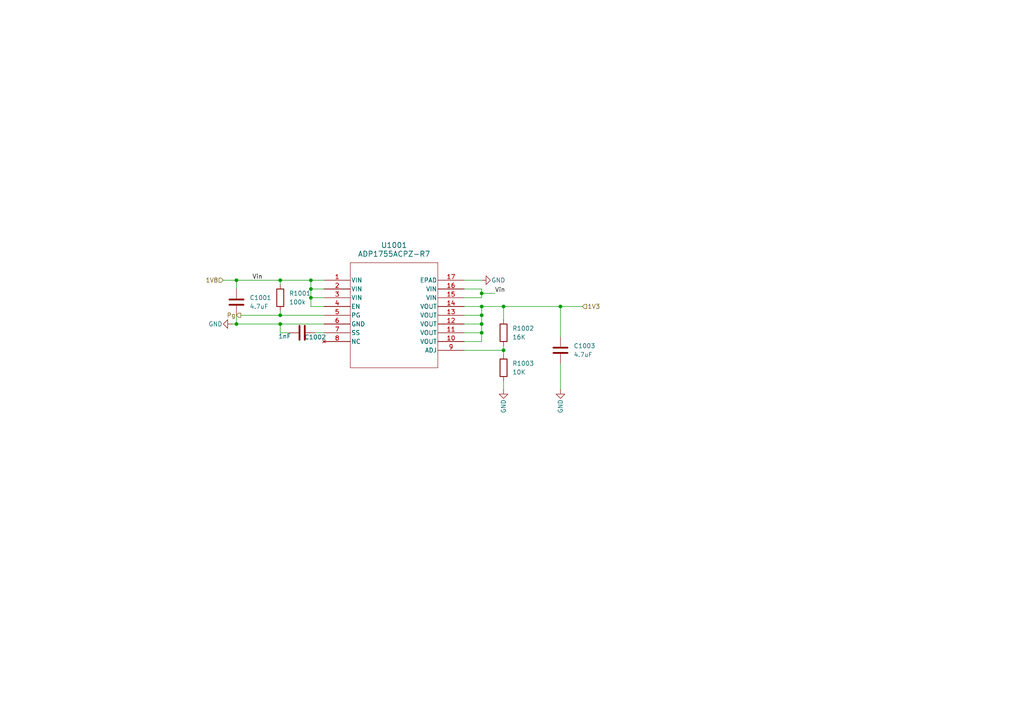
<source format=kicad_sch>
(kicad_sch (version 20231120) (generator "eeschema") (generator_version "8.0")
  (paper "A4")
  (lib_symbols
    (symbol "ADP1755:ADP1755ACPZ-R7" (pin_names (offset 0.254))
      (property "Reference" "U" (at 20.32 10.16 0))
      (property "Value" "ADP1755ACPZ-R7" (at 20.32 7.62 0))
      (symbol "ADP1755ACPZ-R7_0_1"
        (polyline (pts (xy 7.62 -25.4) (xy 33.02 -25.4)) (stroke (width 0.127)))
        (polyline (pts (xy 7.62 5.08) (xy 7.62 -25.4)) (stroke (width 0.127)))
        (polyline (pts (xy 33.02 -25.4) (xy 33.02 5.08)) (stroke (width 0.127)))
        (polyline (pts (xy 33.02 5.08) (xy 7.62 5.08)) (stroke (width 0.127)))
        (pin power_in line (at 0 0 0) (length 7.62) (name "VIN") (number "1"))
        (pin power_in line (at 40.64 -17.78 180) (length 7.62) (name "VOUT") (number "10"))
        (pin power_in line (at 40.64 -15.24 180) (length 7.62) (name "VOUT") (number "11"))
        (pin power_in line (at 40.64 -12.7 180) (length 7.62) (name "VOUT") (number "12"))
        (pin power_in line (at 40.64 -10.16 180) (length 7.62) (name "VOUT") (number "13"))
        (pin power_in line (at 40.64 -7.62 180) (length 7.62) (name "VOUT") (number "14"))
        (pin power_in line (at 40.64 -5.08 180) (length 7.62) (name "VIN") (number "15"))
        (pin power_in line (at 40.64 -2.54 180) (length 7.62) (name "VIN") (number "16"))
        (pin power_out line (at 40.64 0 180) (length 7.62) (name "EPAD") (number "17"))
        (pin power_in line (at 0 -2.54 0) (length 7.62) (name "VIN") (number "2"))
        (pin power_in line (at 0 -5.08 0) (length 7.62) (name "VIN") (number "3"))
        (pin input line (at 0 -7.62 0) (length 7.62) (name "EN") (number "4"))
        (pin output line (at 0 -10.16 0) (length 7.62) (name "PG") (number "5"))
        (pin power_out line (at 0 -12.7 0) (length 7.62) (name "GND") (number "6"))
        (pin unspecified line (at 0 -15.24 0) (length 7.62) (name "SS") (number "7"))
        (pin no_connect line (at 0 -17.78 0) (length 7.62) (name "NC") (number "8"))
        (pin unspecified line (at 40.64 -20.32 180) (length 7.62) (name "ADJ") (number "9"))
      )
    )
    (symbol "Device:C" (pin_numbers hide) (pin_names (offset 0.254))
      (property "Reference" "C" (at 0.635 2.54 0))
      (property "Value" "C" (at 0.635 -2.54 0))
      (symbol "C_0_1"
        (polyline (pts (xy -2.032 -0.762) (xy 2.032 -0.762)) (stroke (width 0.508)))
        (polyline (pts (xy -2.032 0.762) (xy 2.032 0.762)) (stroke (width 0.508)))
      )
      (symbol "C_1_1"
        (pin passive line (at 0 3.81 270) (length 2.794) (name "~") (number "1"))
        (pin passive line (at 0 -3.81 90) (length 2.794) (name "~") (number "2"))
      )
    )
    (symbol "Device:R" (pin_numbers hide) (pin_names (offset 0))
      (property "Reference" "R" (at 2.032 0 90))
      (property "Value" "R" (at 0 0 90))
      (symbol "R_0_1"
        (rectangle (start -1.016 -2.54) (end 1.016 2.54) (stroke (width 0.254)))
      )
      (symbol "R_1_1"
        (pin passive line (at 0 3.81 270) (length 1.27) (name "~") (number "1"))
        (pin passive line (at 0 -3.81 90) (length 1.27) (name "~") (number "2"))
      )
    )
    (symbol "power:GND" (power) (pin_numbers hide) (pin_names (offset 0) hide)
      (property "Value" "GND" (at 0 -3.81 0))
      (symbol "GND_0_1"
        (polyline (pts (xy 0 0) (xy 0 -1.27) (xy 1.27 -1.27) (xy 0 -2.54) (xy -1.27 -1.27) (xy 0 -1.27)))
      )
      (symbol "GND_1_1"
        (pin power_in line (at 0 0 270) (length 0) (name "~") (number "1"))
      )
    )
  )
  (junction (at 90.17 81.28))
  (junction (at 139.7 85.09))
  (junction (at 139.7 91.44))
  (junction (at 68.58 81.28))
  (junction (at 68.58 93.98))
  (junction (at 146.05 88.9))
  (junction (at 90.17 86.36))
  (junction (at 139.7 93.98))
  (junction (at 81.28 91.44))
  (junction (at 146.05 101.6))
  (junction (at 81.28 81.28))
  (junction (at 81.28 93.98))
  (junction (at 90.17 83.82))
  (junction (at 162.56 88.9))
  (junction (at 139.7 88.9))
  (junction (at 139.7 96.52))
  (wire (pts (xy 139.7 85.09) (xy 139.7 86.36)))
  (wire (pts (xy 139.7 81.28) (xy 134.62 81.28)))
  (wire (pts (xy 81.28 81.28) (xy 90.17 81.28)))
  (wire (pts (xy 146.05 88.9) (xy 146.05 92.71)))
  (wire (pts (xy 146.05 100.33) (xy 146.05 101.6)))
  (wire (pts (xy 139.7 91.44) (xy 139.7 93.98)))
  (wire (pts (xy 81.28 91.44) (xy 93.98 91.44)))
  (wire (pts (xy 90.17 83.82) (xy 90.17 86.36)))
  (wire (pts (xy 146.05 88.9) (xy 162.56 88.9)))
  (wire (pts (xy 146.05 113.03) (xy 146.05 110.49)))
  (wire (pts (xy 139.7 99.06) (xy 134.62 99.06)))
  (wire (pts (xy 81.28 81.28) (xy 81.28 82.55)))
  (wire (pts (xy 139.7 96.52) (xy 139.7 99.06)))
  (wire (pts (xy 90.17 86.36) (xy 90.17 88.9)))
  (wire (pts (xy 93.98 81.28) (xy 90.17 81.28)))
  (wire (pts (xy 68.58 81.28) (xy 68.58 83.82)))
  (wire (pts (xy 68.58 93.98) (xy 81.28 93.98)))
  (wire (pts (xy 90.17 88.9) (xy 93.98 88.9)))
  (wire (pts (xy 162.56 88.9) (xy 162.56 97.79)))
  (wire (pts (xy 69.85 91.44) (xy 81.28 91.44)))
  (wire (pts (xy 134.62 83.82) (xy 139.7 83.82)))
  (wire (pts (xy 139.7 93.98) (xy 139.7 96.52)))
  (wire (pts (xy 134.62 93.98) (xy 139.7 93.98)))
  (wire (pts (xy 68.58 91.44) (xy 68.58 93.98)))
  (wire (pts (xy 68.58 81.28) (xy 81.28 81.28)))
  (wire (pts (xy 91.44 96.52) (xy 93.98 96.52)))
  (wire (pts (xy 67.31 93.98) (xy 68.58 93.98)))
  (wire (pts (xy 162.56 105.41) (xy 162.56 113.03)))
  (wire (pts (xy 90.17 86.36) (xy 93.98 86.36)))
  (wire (pts (xy 64.77 81.28) (xy 68.58 81.28)))
  (wire (pts (xy 139.7 88.9) (xy 139.7 91.44)))
  (wire (pts (xy 81.28 93.98) (xy 93.98 93.98)))
  (wire (pts (xy 90.17 83.82) (xy 93.98 83.82)))
  (wire (pts (xy 143.51 85.09) (xy 139.7 85.09)))
  (wire (pts (xy 134.62 101.6) (xy 146.05 101.6)))
  (wire (pts (xy 81.28 96.52) (xy 81.28 93.98)))
  (wire (pts (xy 139.7 86.36) (xy 134.62 86.36)))
  (wire (pts (xy 90.17 81.28) (xy 90.17 83.82)))
  (wire (pts (xy 139.7 88.9) (xy 146.05 88.9)))
  (wire (pts (xy 139.7 83.82) (xy 139.7 85.09)))
  (wire (pts (xy 134.62 88.9) (xy 139.7 88.9)))
  (wire (pts (xy 162.56 88.9) (xy 168.91 88.9)))
  (wire (pts (xy 134.62 91.44) (xy 139.7 91.44)))
  (wire (pts (xy 146.05 101.6) (xy 146.05 102.87)))
  (wire (pts (xy 134.62 96.52) (xy 139.7 96.52)))
  (wire (pts (xy 81.28 90.17) (xy 81.28 91.44)))
  (wire (pts (xy 83.82 96.52) (xy 81.28 96.52)))
  (label "Vin" (at 76.2 81.28 180))
  (label "Vin" (at 143.51 85.09 0))
  (hierarchical_label "Pg" (shape output) (at 69.85 91.44 180))
  (hierarchical_label "1V3" (shape input) (at 168.91 88.9 0))
  (hierarchical_label "1V8" (shape input) (at 64.77 81.28 180))
  (symbol (lib_id "Device:C") (at 87.63 96.52 270) (unit 1)
    (property "Reference" "C903" (at 91.44 97.79 90))
    (property "Value" "1nF" (at 82.55 97.536 90))
    (property "Footprint" "Capacitor_SMD:C_0603_1608Metric" (effects (hide yes)))
    (property "Description" "Unpolarized capacitor" (effects (hide yes)))
    (instances (project "FCOMMS_AD9361" (path "" (reference "C1002") (unit 1)) (path "" (reference "C903") (unit 1))))
  )
  (symbol (lib_id "Device:R") (at 146.05 106.68 0) (unit 1)
    (property "Reference" "R1003" (at 148.59 105.4099 0) (effects (justify left)))
    (property "Value" "10K" (at 148.59 107.9499 0) (effects (justify left)))
    (property "Footprint" "Resistor_SMD:R_0603_1608Metric" (effects (hide yes)))
    (property "Description" "Resistor" (effects (hide yes)))
  )
  (symbol (lib_id "power:GND") (at 67.31 93.98 270) (unit 1)
    (property "Reference" "#PWR0901" (effects (hide yes)))
    (property "Value" "GND" (at 62.484 93.98 90))
    (property "Description" "Power symbol creates a global label with name \"GND\" , ground" (effects (hide yes)))
    (instances (project "FCOMMS_AD9361" (path "" (reference "#PWR01001") (unit 1)) (path "" (reference "#PWR0901") (unit 1))))
  )
  (symbol (lib_id "power:GND") (at 146.05 113.03 0) (unit 1)
    (property "Reference" "#PWR0903" (effects (hide yes)))
    (property "Value" "GND" (at 146.05 117.856 90))
    (property "Description" "Power symbol creates a global label with name \"GND\" , ground" (effects (hide yes)))
    (instances (project "FCOMMS_AD9361" (path "" (reference "#PWR01003") (unit 1)) (path "" (reference "#PWR0903") (unit 1))))
  )
  (symbol (lib_id "Device:C") (at 68.58 87.63 0) (unit 1)
    (property "Reference" "C1001" (at 72.39 86.3599 0) (effects (justify left)))
    (property "Value" "4.7uF" (at 72.39 88.8999 0) (effects (justify left)))
    (property "Footprint" "Capacitor_SMD:C_0805_2012Metric" (effects (hide yes)))
    (property "Description" "C0805C475J8RACAUTO" (effects (hide yes)))
  )
  (symbol (lib_id "Device:R") (at 81.28 86.36 0) (unit 1)
    (property "Reference" "R902" (at 83.82 85.0899 0) (effects (justify left)))
    (property "Value" "100k" (at 83.82 87.6299 0) (effects (justify left)))
    (property "Footprint" "Resistor_SMD:R_0603_1608Metric" (effects (hide yes)))
    (property "Description" "Resistor" (effects (hide yes)))
    (instances (project "FCOMMS_AD9361" (path "" (reference "R1001") (unit 1)) (path "" (reference "R902") (unit 1))))
  )
  (symbol (lib_id "Device:R") (at 146.05 96.52 0) (unit 1)
    (property "Reference" "R1002" (at 148.59 95.2499 0) (effects (justify left)))
    (property "Value" "16K" (at 148.59 97.7899 0) (effects (justify left)))
    (property "Footprint" "Resistor_SMD:R_0603_1608Metric" (effects (hide yes)))
    (property "Description" "Resistor" (effects (hide yes)))
  )
  (symbol (lib_id "ADP1755:ADP1755ACPZ-R7") (at 93.98 81.28 0) (unit 1)
    (property "Reference" "U1001" (at 114.3 71.12 0) (effects (font (size 1.524 1.524))))
    (property "Value" "ADP1755ACPZ-R7" (at 114.3 73.66 0) (effects (font (size 1.524 1.524))))
    (property "Footprint" "CP-16-23_ADI" (effects (hide yes)))
    (property "Datasheet" "https://www.analog.com/media/en/technical-documentation/data-sheets/ADP1754_1755.pdf" (effects (hide yes)))
    (property "Description" "1.2A Low-Vin, Adjustable-Vout LDO Linear Regulator" (effects (hide yes)))
  )
  (symbol (lib_id "Device:C") (at 162.56 101.6 0) (unit 1)
    (property "Reference" "C1003" (at 166.37 100.3299 0) (effects (justify left)))
    (property "Value" "4.7uF" (at 166.37 102.8699 0) (effects (justify left)))
    (property "Footprint" "Capacitor_SMD:C_0805_2012Metric" (effects (hide yes)))
    (property "Description" "C0805C475J8RACAUTO" (effects (hide yes)))
  )
  (symbol (lib_id "power:GND") (at 139.7 81.28 90) (unit 1)
    (property "Reference" "#PWR0902" (effects (hide yes)))
    (property "Value" "GND" (at 144.526 81.28 90))
    (property "Description" "Power symbol creates a global label with name \"GND\" , ground" (effects (hide yes)))
    (instances (project "FCOMMS_AD9361" (path "" (reference "#PWR01002") (unit 1)) (path "" (reference "#PWR0902") (unit 1))))
  )
  (symbol (lib_id "power:GND") (at 162.56 113.03 0) (unit 1)
    (property "Reference" "#PWR0904" (effects (hide yes)))
    (property "Value" "GND" (at 162.56 117.856 90))
    (property "Description" "Power symbol creates a global label with name \"GND\" , ground" (effects (hide yes)))
    (instances (project "FCOMMS_AD9361" (path "" (reference "#PWR01004") (unit 1)) (path "" (reference "#PWR0904") (unit 1))))
  )
)
</source>
